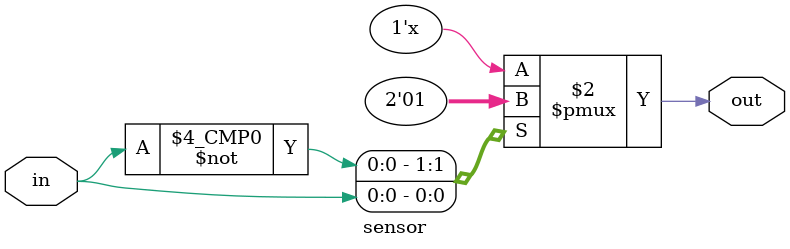
<source format=v>
module sensor(in,out);
output out;
input in;
reg out;
always @(in)
begin
case(in)
1'b0:out=1'b0;
1'b1:out=1'b1;
endcase 
end
endmodule

</source>
